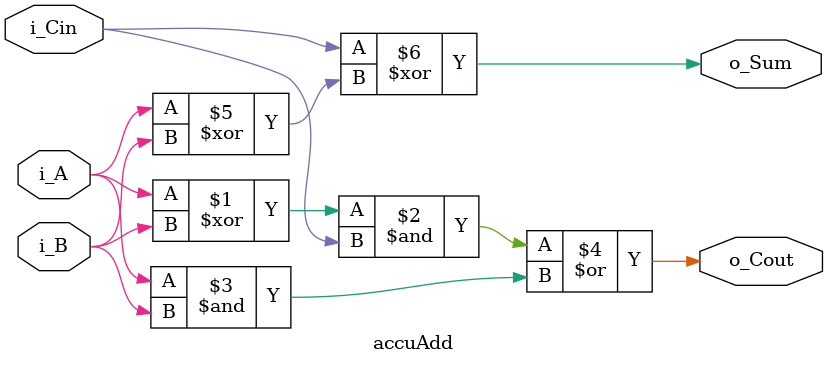
<source format=v>
module accuAdd (i_A,i_B,i_Cin,o_Cout,o_Sum);
    input i_A, i_B, i_Cin;
    output  o_Cout, o_Sum;

    assign o_Cout = ((i_A ^ i_B) & i_Cin) | (i_A & i_B);
    assign o_Sum = i_Cin ^ (i_A ^ i_B);

endmodule

</source>
